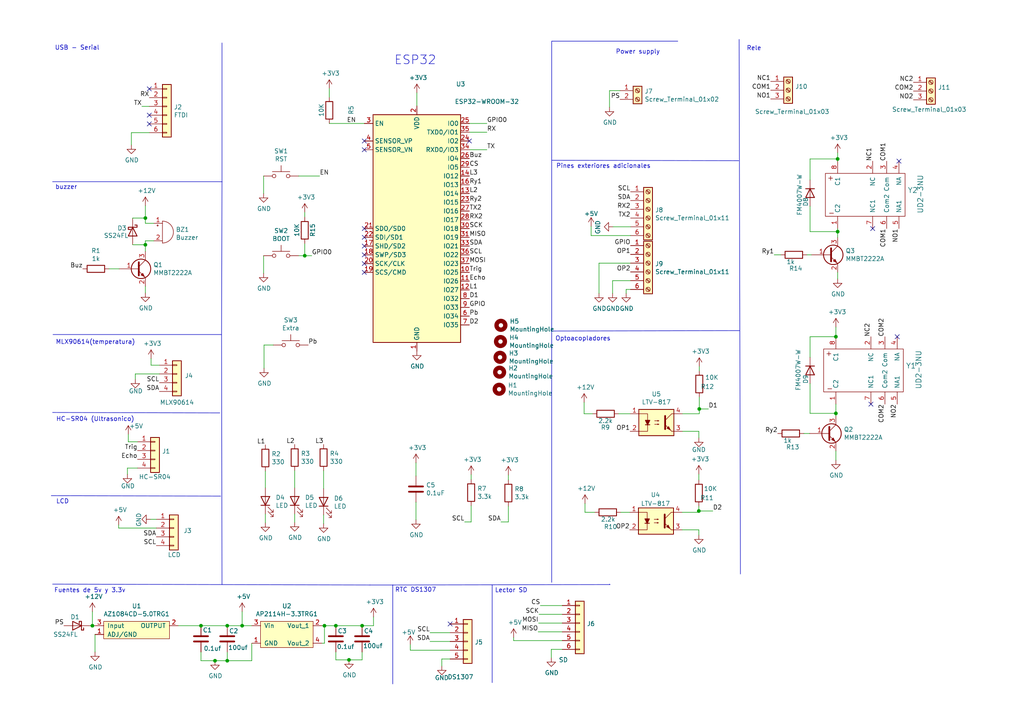
<source format=kicad_sch>
(kicad_sch (version 20230121) (generator eeschema)
  (paper "A4")
  (lib_symbols
    (symbol "CatWAN-Relay-rescue:LTV-817-agroin-rescue" (pin_names (offset 1.016))
      (property "Reference" "U" (at -5.08 5.08 0))
      (property "Value" "LTV-817-agroin-rescue" (at 0 5.08 0))
      (symbol "LTV-817-agroin-rescue_1_1"
        (pin passive line (at -7.62 2.54 0) (length 2.54) (name "~") (number "1"))
        (pin passive line (at -7.62 -2.54 0) (length 2.54) (name "~") (number "2"))
        (pin passive line (at 7.62 -2.54 180) (length 2.54) (name "~") (number "3"))
        (pin passive line (at 7.62 2.54 180) (length 2.54) (name "~") (number "4"))
      )
    )
    (symbol "Connector:Screw_Terminal_01x02" (pin_names (offset 1.016) hide)
      (property "Reference" "J" (at 0 2.54 0))
      (property "Value" "Screw_Terminal_01x02" (at 0 -5.08 0))
      (symbol "Screw_Terminal_01x02_1_1"
        (pin passive line (at -5.08 0 0) (length 3.81) (name "Pin_1") (number "1"))
        (pin passive line (at -5.08 -2.54 0) (length 3.81) (name "Pin_2") (number "2"))
      )
    )
    (symbol "Connector:Screw_Terminal_01x03" (pin_names (offset 1.016) hide)
      (property "Reference" "J" (at 0 5.08 0))
      (property "Value" "Screw_Terminal_01x03" (at 0 -5.08 0))
      (symbol "Screw_Terminal_01x03_1_1"
        (pin passive line (at -5.08 2.54 0) (length 3.81) (name "Pin_1") (number "1"))
        (pin passive line (at -5.08 0 0) (length 3.81) (name "Pin_2") (number "2"))
        (pin passive line (at -5.08 -2.54 0) (length 3.81) (name "Pin_3") (number "3"))
      )
    )
    (symbol "Connector:Screw_Terminal_01x06" (pin_names (offset 1.016) hide)
      (property "Reference" "J" (at 0 7.62 0))
      (property "Value" "Screw_Terminal_01x06" (at 0 -10.16 0))
      (symbol "Screw_Terminal_01x06_1_1"
        (pin passive line (at -5.08 5.08 0) (length 3.81) (name "Pin_1") (number "1"))
        (pin passive line (at -5.08 2.54 0) (length 3.81) (name "Pin_2") (number "2"))
        (pin passive line (at -5.08 0 0) (length 3.81) (name "Pin_3") (number "3"))
        (pin passive line (at -5.08 -2.54 0) (length 3.81) (name "Pin_4") (number "4"))
        (pin passive line (at -5.08 -5.08 0) (length 3.81) (name "Pin_5") (number "5"))
        (pin passive line (at -5.08 -7.62 0) (length 3.81) (name "Pin_6") (number "6"))
      )
    )
    (symbol "Connector_Generic:Conn_01x04" (pin_names (offset 1.016) hide)
      (property "Reference" "J" (at 0 5.08 0))
      (property "Value" "Conn_01x04" (at 0 -7.62 0))
      (symbol "Conn_01x04_1_1"
        (pin passive line (at -5.08 2.54 0) (length 3.81) (name "Pin_1") (number "1"))
        (pin passive line (at -5.08 0 0) (length 3.81) (name "Pin_2") (number "2"))
        (pin passive line (at -5.08 -2.54 0) (length 3.81) (name "Pin_3") (number "3"))
        (pin passive line (at -5.08 -5.08 0) (length 3.81) (name "Pin_4") (number "4"))
      )
    )
    (symbol "Connector_Generic:Conn_01x05" (pin_names (offset 1.016) hide)
      (property "Reference" "J" (at 0 7.62 0))
      (property "Value" "Conn_01x05" (at 0 -7.62 0))
      (symbol "Conn_01x05_1_1"
        (pin passive line (at -5.08 5.08 0) (length 3.81) (name "Pin_1") (number "1"))
        (pin passive line (at -5.08 2.54 0) (length 3.81) (name "Pin_2") (number "2"))
        (pin passive line (at -5.08 0 0) (length 3.81) (name "Pin_3") (number "3"))
        (pin passive line (at -5.08 -2.54 0) (length 3.81) (name "Pin_4") (number "4"))
        (pin passive line (at -5.08 -5.08 0) (length 3.81) (name "Pin_5") (number "5"))
      )
    )
    (symbol "Connector_Generic:Conn_01x06" (pin_names (offset 1.016) hide)
      (property "Reference" "J" (at 0 7.62 0))
      (property "Value" "Conn_01x06" (at 0 -10.16 0))
      (symbol "Conn_01x06_1_1"
        (pin passive line (at -5.08 5.08 0) (length 3.81) (name "Pin_1") (number "1"))
        (pin passive line (at -5.08 2.54 0) (length 3.81) (name "Pin_2") (number "2"))
        (pin passive line (at -5.08 0 0) (length 3.81) (name "Pin_3") (number "3"))
        (pin passive line (at -5.08 -2.54 0) (length 3.81) (name "Pin_4") (number "4"))
        (pin passive line (at -5.08 -5.08 0) (length 3.81) (name "Pin_5") (number "5"))
        (pin passive line (at -5.08 -7.62 0) (length 3.81) (name "Pin_6") (number "6"))
      )
    )
    (symbol "Device:Buzzer" (pin_names (offset 0.0254) hide)
      (property "Reference" "BZ" (at 3.81 1.27 0))
      (property "Value" "Buzzer" (at 3.81 -1.27 0))
      (symbol "Buzzer_1_1"
        (pin passive line (at -2.54 2.54 0) (length 2.54) (name "-") (number "1"))
        (pin passive line (at -2.54 -2.54 0) (length 2.54) (name "+") (number "2"))
      )
    )
    (symbol "Device:C" (pin_numbers hide) (pin_names (offset 0.254))
      (property "Reference" "C" (at 0.635 2.54 0))
      (property "Value" "C" (at 0.635 -2.54 0))
      (symbol "C_1_1"
        (pin passive line (at 0 3.81 270) (length 2.794) (name "~") (number "1"))
        (pin passive line (at 0 -3.81 90) (length 2.794) (name "~") (number "2"))
      )
    )
    (symbol "Device:D" (pin_numbers hide) (pin_names (offset 1.016) hide)
      (property "Reference" "D" (at 0 2.54 0))
      (property "Value" "D" (at 0 -2.54 0))
      (symbol "D_1_1"
        (pin passive line (at -3.81 0 0) (length 2.54) (name "K") (number "1"))
        (pin passive line (at 3.81 0 180) (length 2.54) (name "A") (number "2"))
      )
    )
    (symbol "Device:D_Schottky" (pin_numbers hide) (pin_names (offset 1.016) hide)
      (property "Reference" "D" (at 0 2.54 0))
      (property "Value" "D_Schottky" (at 0 -2.54 0))
      (symbol "D_Schottky_1_1"
        (pin passive line (at -3.81 0 0) (length 2.54) (name "K") (number "1"))
        (pin passive line (at 3.81 0 180) (length 2.54) (name "A") (number "2"))
      )
    )
    (symbol "Device:LED" (pin_numbers hide) (pin_names (offset 1.016) hide)
      (property "Reference" "D" (at 0 2.54 0))
      (property "Value" "LED" (at 0 -2.54 0))
      (symbol "LED_1_1"
        (pin passive line (at -3.81 0 0) (length 2.54) (name "K") (number "1"))
        (pin passive line (at 3.81 0 180) (length 2.54) (name "A") (number "2"))
      )
    )
    (symbol "Device:R" (pin_numbers hide) (pin_names (offset 0))
      (property "Reference" "R" (at 2.032 0 90))
      (property "Value" "R" (at 0 0 90))
      (symbol "R_1_1"
        (pin passive line (at 0 3.81 270) (length 1.27) (name "~") (number "1"))
        (pin passive line (at 0 -3.81 90) (length 1.27) (name "~") (number "2"))
      )
    )
    (symbol "MaquinaCovid-rescue:+3.3V-power" (power) (pin_names (offset 0))
      (property "Value" "+3.3V-power" (at 0 3.556 0))
      (symbol "+3.3V-power_1_1"
        (pin power_in line (at 0 0 90) (length 0) hide (name "+3V3") (number "1"))
      )
    )
    (symbol "MaquinaCovid-rescue:AP2114H-3.3TRG1-electroniccats-Agronomo-rescue" (pin_names (offset 1.016))
      (property "Reference" "U" (at 0 3.81 0))
      (property "Value" "AP2114H-3.3TRG1-electroniccats-Agronomo-rescue" (at 0 -6.35 0))
      (symbol "AP2114H-3.3TRG1-electroniccats-Agronomo-rescue_1_1"
        (pin bidirectional line (at -10.16 -3.81 0) (length 2.54) (name "GND") (number "1"))
        (pin bidirectional line (at 10.16 1.27 180) (length 2.54) (name "Vout_1") (number "2"))
        (pin bidirectional line (at -10.16 1.27 0) (length 2.54) (name "Vin") (number "3"))
        (pin bidirectional line (at 10.16 -3.81 180) (length 2.54) (name "Vout_2") (number "4"))
      )
    )
    (symbol "MaquinaCovid-rescue:AZ1084CD-5.0TRG1-electroniccats-Agronomo-rescue" (pin_names (offset 1.016))
      (property "Reference" "U" (at 0 3.81 0))
      (property "Value" "AZ1084CD-5.0TRG1-electroniccats-Agronomo-rescue" (at 0 -3.81 0))
      (symbol "AZ1084CD-5.0TRG1-electroniccats-Agronomo-rescue_1_1"
        (pin input line (at -12.7 -1.27 0) (length 2.54) (name "ADJ/GND") (number "1"))
        (pin output line (at 11.43 1.27 180) (length 2.54) (name "OUTPUT") (number "2"))
        (pin input line (at -12.7 1.27 0) (length 2.54) (name "Input") (number "3"))
      )
    )
    (symbol "Mechanical:MountingHole" (pin_names (offset 1.016))
      (property "Reference" "H" (at 0 5.08 0))
      (property "Value" "MountingHole" (at 0 3.175 0))
    )
    (symbol "RF_Module:ESP32-WROOM-32"
      (property "Reference" "U" (at -12.7 34.29 0))
      (property "Value" "ESP32-WROOM-32" (at 1.27 34.29 0))
      (symbol "ESP32-WROOM-32_1_1"
        (pin power_in line (at 0 -35.56 90) (length 2.54) (name "GND") (number "1"))
        (pin bidirectional line (at 15.24 -12.7 180) (length 2.54) (name "IO25") (number "10"))
        (pin bidirectional line (at 15.24 -15.24 180) (length 2.54) (name "IO26") (number "11"))
        (pin bidirectional line (at 15.24 -17.78 180) (length 2.54) (name "IO27") (number "12"))
        (pin bidirectional line (at 15.24 10.16 180) (length 2.54) (name "IO14") (number "13"))
        (pin bidirectional line (at 15.24 15.24 180) (length 2.54) (name "IO12") (number "14"))
        (pin passive line (at 0 -35.56 90) (length 2.54) hide (name "GND") (number "15"))
        (pin bidirectional line (at 15.24 12.7 180) (length 2.54) (name "IO13") (number "16"))
        (pin bidirectional line (at -15.24 -5.08 0) (length 2.54) (name "SHD/SD2") (number "17"))
        (pin bidirectional line (at -15.24 -7.62 0) (length 2.54) (name "SWP/SD3") (number "18"))
        (pin bidirectional line (at -15.24 -12.7 0) (length 2.54) (name "SCS/CMD") (number "19"))
        (pin power_in line (at 0 35.56 270) (length 2.54) (name "VDD") (number "2"))
        (pin bidirectional line (at -15.24 -10.16 0) (length 2.54) (name "SCK/CLK") (number "20"))
        (pin bidirectional line (at -15.24 0 0) (length 2.54) (name "SDO/SD0") (number "21"))
        (pin bidirectional line (at -15.24 -2.54 0) (length 2.54) (name "SDI/SD1") (number "22"))
        (pin bidirectional line (at 15.24 7.62 180) (length 2.54) (name "IO15") (number "23"))
        (pin bidirectional line (at 15.24 25.4 180) (length 2.54) (name "IO2") (number "24"))
        (pin bidirectional line (at 15.24 30.48 180) (length 2.54) (name "IO0") (number "25"))
        (pin bidirectional line (at 15.24 20.32 180) (length 2.54) (name "IO4") (number "26"))
        (pin bidirectional line (at 15.24 5.08 180) (length 2.54) (name "IO16") (number "27"))
        (pin bidirectional line (at 15.24 2.54 180) (length 2.54) (name "IO17") (number "28"))
        (pin bidirectional line (at 15.24 17.78 180) (length 2.54) (name "IO5") (number "29"))
        (pin input line (at -15.24 30.48 0) (length 2.54) (name "EN") (number "3"))
        (pin bidirectional line (at 15.24 0 180) (length 2.54) (name "IO18") (number "30"))
        (pin bidirectional line (at 15.24 -2.54 180) (length 2.54) (name "IO19") (number "31"))
        (pin no_connect line (at -12.7 -27.94 0) (length 2.54) hide (name "NC") (number "32"))
        (pin bidirectional line (at 15.24 -5.08 180) (length 2.54) (name "IO21") (number "33"))
        (pin bidirectional line (at 15.24 22.86 180) (length 2.54) (name "RXD0/IO3") (number "34"))
        (pin bidirectional line (at 15.24 27.94 180) (length 2.54) (name "TXD0/IO1") (number "35"))
        (pin bidirectional line (at 15.24 -7.62 180) (length 2.54) (name "IO22") (number "36"))
        (pin bidirectional line (at 15.24 -10.16 180) (length 2.54) (name "IO23") (number "37"))
        (pin passive line (at 0 -35.56 90) (length 2.54) hide (name "GND") (number "38"))
        (pin passive line (at 0 -35.56 90) (length 2.54) hide (name "GND") (number "39"))
        (pin input line (at -15.24 25.4 0) (length 2.54) (name "SENSOR_VP") (number "4"))
        (pin input line (at -15.24 22.86 0) (length 2.54) (name "SENSOR_VN") (number "5"))
        (pin input line (at 15.24 -25.4 180) (length 2.54) (name "IO34") (number "6"))
        (pin input line (at 15.24 -27.94 180) (length 2.54) (name "IO35") (number "7"))
        (pin bidirectional line (at 15.24 -20.32 180) (length 2.54) (name "IO32") (number "8"))
        (pin bidirectional line (at 15.24 -22.86 180) (length 2.54) (name "IO33") (number "9"))
      )
    )
    (symbol "Switch:SW_Push" (pin_numbers hide) (pin_names (offset 1.016) hide)
      (property "Reference" "SW" (at 1.27 2.54 0))
      (property "Value" "SW_Push" (at 0 -1.524 0))
      (symbol "SW_Push_0_1"
        (pin passive line (at -5.08 0 0) (length 2.54) (name "1") (number "1"))
        (pin passive line (at 5.08 0 180) (length 2.54) (name "2") (number "2"))
      )
    )
    (symbol "Transistor_BJT:2N3055" (pin_names (offset 0) hide)
      (property "Reference" "Q" (at 5.08 1.905 0))
      (property "Value" "2N3055" (at 5.08 0 0))
      (symbol "2N3055_1_1"
        (pin input line (at -5.08 0 0) (length 5.715) (name "B") (number "1"))
        (pin passive line (at 2.54 -5.08 90) (length 2.54) (name "E") (number "2"))
        (pin passive line (at 2.54 5.08 270) (length 2.54) (name "C") (number "3"))
      )
    )
    (symbol "agroin:MMBT2222A" (pin_names (offset 0) hide)
      (property "Reference" "Q" (at 5.08 1.905 0))
      (property "Value" "MMBT2222A" (at 5.08 0 0))
      (symbol "MMBT2222A_1_1"
        (pin input line (at -5.08 0 0) (length 5.715) (name "B") (number "1"))
        (pin passive line (at 2.54 -5.08 90) (length 2.54) (name "E") (number "2"))
        (pin passive line (at 2.54 5.08 270) (length 2.54) (name "C") (number "3"))
      )
    )
    (symbol "agroin:UD2-3NU" (pin_names (offset 1.016))
      (property "Reference" "Y" (at -1.27 0.762 0))
      (property "Value" "UD2-3NU" (at -1.016 -6.858 90))
      (symbol "UD2-3NU_0_0"
        (text "+" (at 1.524 -1.27 0) (effects (font (size 1.524 1.524))))
        (text "-" (at 1.778 -11.43 0) (effects (font (size 1.524 1.524))))
      )
      (symbol "UD2-3NU_1_1"
        (pin input line (at 3.556 -16.002 90) (length 3.5052) (name "C2") (number "1"))
        (pin input line (at 13.716 3.556 270) (length 3.5052) (name "NC") (number "2"))
        (pin input line (at 17.78 3.556 270) (length 3.5052) (name "Com") (number "3"))
        (pin input line (at 21.336 3.556 270) (length 3.5052) (name "NA") (number "4"))
        (pin input line (at 21.336 -16.002 90) (length 3.5052) (name "NA1") (number "5"))
        (pin input line (at 17.78 -16.002 90) (length 3.5052) (name "Com2") (number "6"))
        (pin input line (at 13.716 -16.002 90) (length 3.5052) (name "NC1") (number "7"))
        (pin input line (at 3.556 3.556 270) (length 3.5052) (name "C1") (number "8"))
      )
    )
    (symbol "power:+12V" (power) (pin_names (offset 0))
      (property "Value" "+12V" (at 0 3.556 0))
      (symbol "+12V_1_1"
        (pin power_in line (at 0 0 90) (length 0) hide (name "+12V") (number "1"))
      )
    )
    (symbol "power:+5V" (power) (pin_names (offset 0))
      (property "Value" "+5V" (at 0 3.556 0))
      (symbol "+5V_1_1"
        (pin power_in line (at 0 0 90) (length 0) hide (name "+5V") (number "1"))
      )
    )
    (symbol "power:GND" (power) (pin_names (offset 0))
      (property "Value" "GND" (at 0 -3.81 0))
      (symbol "GND_1_1"
        (pin power_in line (at 0 0 270) (length 0) hide (name "GND") (number "1"))
      )
    )
  )
  (junction (at 202.692 148.209))
  (junction (at 58.293 181.483))
  (junction (at 70.231 181.483))
  (junction (at 62.357 191.643))
  (junction (at 202.819 118.618))
  (junction (at 242.443 119.888))
  (junction (at 105.029 181.483))
  (junction (at 88.392 74.168))
  (junction (at 101.219 191.389))
  (junction (at 26.797 181.483))
  (junction (at 42.164 63.246))
  (junction (at 65.913 191.643))
  (junction (at 242.951 67.183))
  (junction (at 242.443 97.663))
  (junction (at 97.409 181.483))
  (junction (at 65.913 181.483))
  (junction (at 94.107 181.483))
  (junction (at 242.951 46.101))
  (junction (at 42.164 70.993))
  (no_connect (at 260.731 46.736))
  (no_connect (at 105.664 71.374))
  (no_connect (at 105.664 78.994))
  (no_connect (at 136.144 40.894))
  (no_connect (at 105.664 76.454))
  (no_connect (at 105.664 66.294))
  (no_connect (at 105.664 73.914))
  (no_connect (at 105.664 40.894))
  (no_connect (at 43.307 35.941))
  (no_connect (at 253.111 66.294))
  (no_connect (at 43.307 33.401))
  (no_connect (at 105.664 68.834))
  (no_connect (at 252.603 117.221))
  (no_connect (at 43.307 25.781))
  (no_connect (at 105.664 43.434))
  (no_connect (at 130.556 180.975))
  (no_connect (at 260.223 97.663))
  (wire (pts (xy 234.95 52.197) (xy 234.95 46.101)))
  (wire (pts (xy 95.504 35.814) (xy 105.664 35.814)))
  (wire (pts (xy 181.61 83.947) (xy 182.88 83.947)))
  (wire (pts (xy 73.025 191.643) (xy 65.913 191.643)))
  (wire (pts (xy 177.673 85.09) (xy 177.673 81.407)))
  (wire (pts (xy 36.957 135.763) (xy 39.878 135.763)))
  (wire (pts (xy 94.107 186.563) (xy 94.107 181.483)))
  (wire (pts (xy 234.95 46.101) (xy 242.951 46.101)))
  (wire (pts (xy 93.345 186.563) (xy 94.107 186.563)))
  (wire (pts (xy 177.673 81.407) (xy 182.88 81.407)))
  (wire (pts (xy 234.95 111.252) (xy 234.95 119.888)))
  (wire (pts (xy 197.993 125.095) (xy 202.692 125.095)))
  (wire (pts (xy 197.866 148.59) (xy 202.692 148.59)))
  (wire (pts (xy 70.231 177.419) (xy 70.231 181.483)))
  (wire (pts (xy 169.418 116.713) (xy 169.418 120.015)))
  (polyline (pts (xy 14.859 143.764) (xy 64.008 143.891)))
  (wire (pts (xy 88.392 70.612) (xy 88.392 74.168)))
  (wire (pts (xy 169.418 120.015) (xy 171.831 120.015)))
  (polyline (pts (xy 64.389 52.705) (xy 64.389 12.446)))
  (wire (pts (xy 58.293 181.483) (xy 65.913 181.483)))
  (wire (pts (xy 42.164 84.963) (xy 42.164 83.058)))
  (wire (pts (xy 44.577 64.77) (xy 42.164 64.77)))
  (wire (pts (xy 234.95 67.183) (xy 242.951 67.183)))
  (wire (pts (xy 202.819 120.015) (xy 202.819 118.618)))
  (wire (pts (xy 95.504 28.194) (xy 95.504 25.654)))
  (wire (pts (xy 120.65 138.049) (xy 120.65 134.239)))
  (wire (pts (xy 233.172 125.73) (xy 234.823 125.73)))
  (wire (pts (xy 128.143 191.135) (xy 130.556 191.135)))
  (wire (pts (xy 156.337 178.181) (xy 163.068 178.181)))
  (wire (pts (xy 242.951 46.101) (xy 242.951 46.736)))
  (wire (pts (xy 36.957 137.541) (xy 36.957 135.763)))
  (wire (pts (xy 38.1 38.481) (xy 38.1 42.037)))
  (wire (pts (xy 242.951 68.834) (xy 242.951 67.183)))
  (wire (pts (xy 202.692 137.541) (xy 202.692 139.192)))
  (wire (pts (xy 147.447 139.192) (xy 147.447 137.795)))
  (wire (pts (xy 130.556 188.595) (xy 118.999 188.595)))
  (wire (pts (xy 163.068 188.341) (xy 159.893 188.341)))
  (wire (pts (xy 93.853 141.732) (xy 93.853 136.525)))
  (polyline (pts (xy 64.262 97.028) (xy 64.389 169.545)))
  (wire (pts (xy 118.999 188.595) (xy 118.999 186.944)))
  (wire (pts (xy 242.443 94.869) (xy 242.443 97.663)))
  (polyline (pts (xy 113.919 169.672) (xy 113.919 198.374)))
  (wire (pts (xy 76.454 79.248) (xy 76.454 74.168)))
  (wire (pts (xy 147.447 146.812) (xy 147.447 151.384)))
  (wire (pts (xy 134.747 151.384) (xy 136.652 151.384)))
  (wire (pts (xy 179.451 120.015) (xy 182.753 120.015)))
  (wire (pts (xy 226.441 73.914) (xy 224.536 73.914)))
  (wire (pts (xy 120.904 30.734) (xy 120.904 26.924)))
  (wire (pts (xy 26.162 181.483) (xy 26.797 181.483)))
  (wire (pts (xy 88.392 74.168) (xy 90.424 74.168)))
  (wire (pts (xy 88.392 62.992) (xy 88.392 61.595)))
  (wire (pts (xy 148.971 184.912) (xy 148.971 185.801)))
  (wire (pts (xy 176.784 26.289) (xy 179.832 26.289)))
  (wire (pts (xy 34.417 153.162) (xy 34.417 152.273)))
  (wire (pts (xy 73.025 186.563) (xy 73.025 191.643)))
  (wire (pts (xy 86.614 51.054) (xy 92.71 51.054)))
  (wire (pts (xy 26.797 177.419) (xy 26.797 181.483)))
  (wire (pts (xy 156.21 180.721) (xy 163.068 180.721)))
  (polyline (pts (xy 64.262 96.901) (xy 64.389 52.705)))
  (wire (pts (xy 242.951 44.323) (xy 242.951 46.101)))
  (polyline (pts (xy 107.315 169.672) (xy 113.919 169.672)))
  (wire (pts (xy 46.228 105.918) (xy 43.815 105.918)))
  (wire (pts (xy 202.819 106.299) (xy 202.819 107.569)))
  (wire (pts (xy 182.88 76.327) (xy 173.736 76.327)))
  (wire (pts (xy 234.95 119.888) (xy 242.443 119.888)))
  (wire (pts (xy 26.797 181.483) (xy 27.559 181.483)))
  (wire (pts (xy 124.714 186.055) (xy 130.556 186.055)))
  (wire (pts (xy 62.357 191.643) (xy 65.913 191.643)))
  (polyline (pts (xy 142.748 169.672) (xy 142.748 197.993)))
  (wire (pts (xy 46.228 108.458) (xy 39.243 108.458)))
  (wire (pts (xy 242.951 67.183) (xy 242.951 66.294)))
  (wire (pts (xy 206.756 148.209) (xy 202.692 148.209)))
  (wire (pts (xy 42.164 64.77) (xy 42.164 63.246)))
  (polyline (pts (xy 160.02 46.482) (xy 214.249 46.609)))
  (wire (pts (xy 197.993 120.015) (xy 202.819 120.015)))
  (wire (pts (xy 163.068 183.261) (xy 156.083 183.261)))
  (wire (pts (xy 242.443 120.65) (xy 242.443 119.888)))
  (wire (pts (xy 182.88 68.326) (xy 171.45 68.326)))
  (wire (pts (xy 97.409 191.389) (xy 101.219 191.389)))
  (polyline (pts (xy 15.24 119.634) (xy 63.754 119.761)))
  (wire (pts (xy 181.61 85.09) (xy 181.61 83.947)))
  (wire (pts (xy 136.144 35.814) (xy 141.224 35.814)))
  (wire (pts (xy 37.211 125.984) (xy 37.211 128.143)))
  (wire (pts (xy 38.481 63.246) (xy 38.481 63.373)))
  (wire (pts (xy 85.471 151.511) (xy 85.471 149.098)))
  (wire (pts (xy 177.8 65.786) (xy 182.88 65.786)))
  (wire (pts (xy 76.454 51.054) (xy 76.454 56.134)))
  (wire (pts (xy 76.962 151.638) (xy 76.962 149.098)))
  (wire (pts (xy 51.689 181.483) (xy 58.293 181.483)))
  (wire (pts (xy 42.164 63.246) (xy 42.164 59.69)))
  (wire (pts (xy 136.144 38.354) (xy 141.224 38.354)))
  (wire (pts (xy 38.481 63.246) (xy 42.164 63.246)))
  (wire (pts (xy 42.164 70.993) (xy 42.164 69.85)))
  (wire (pts (xy 85.471 136.525) (xy 85.471 141.478)))
  (polyline (pts (xy 107.315 169.672) (xy 15.24 169.418)))
  (wire (pts (xy 38.481 70.993) (xy 42.164 70.993)))
  (wire (pts (xy 124.714 183.515) (xy 130.556 183.515)))
  (wire (pts (xy 43.307 38.481) (xy 38.1 38.481)))
  (polyline (pts (xy 64.389 52.705) (xy 15.24 52.705)))
  (wire (pts (xy 136.652 151.384) (xy 136.652 146.685)))
  (wire (pts (xy 234.95 59.817) (xy 234.95 67.183)))
  (wire (pts (xy 205.486 118.618) (xy 202.819 118.618)))
  (wire (pts (xy 159.893 188.341) (xy 159.893 190.754)))
  (wire (pts (xy 202.692 146.812) (xy 202.692 148.209)))
  (wire (pts (xy 234.061 73.914) (xy 235.331 73.914)))
  (wire (pts (xy 242.443 119.888) (xy 242.443 117.221)))
  (wire (pts (xy 136.652 137.668) (xy 136.652 139.065)))
  (wire (pts (xy 197.866 153.67) (xy 202.692 153.67)))
  (wire (pts (xy 86.614 74.168) (xy 88.392 74.168)))
  (wire (pts (xy 43.307 30.861) (xy 41.148 30.861)))
  (wire (pts (xy 76.581 106.807) (xy 76.581 100.076)))
  (polyline (pts (xy 15.367 97.028) (xy 64.262 97.028)))
  (wire (pts (xy 173.736 76.327) (xy 173.736 85.09)))
  (wire (pts (xy 234.95 97.663) (xy 242.443 97.663)))
  (wire (pts (xy 169.672 146.05) (xy 169.672 148.59)))
  (wire (pts (xy 42.164 72.898) (xy 42.164 70.993)))
  (wire (pts (xy 93.345 181.483) (xy 94.107 181.483)))
  (wire (pts (xy 202.692 148.209) (xy 202.692 148.59)))
  (wire (pts (xy 169.672 148.59) (xy 172.466 148.59)))
  (wire (pts (xy 234.95 103.632) (xy 234.95 97.663)))
  (wire (pts (xy 58.293 189.103) (xy 58.293 191.643)))
  (polyline (pts (xy 196.596 11.938) (xy 160.02 11.938)))
  (wire (pts (xy 58.293 191.643) (xy 62.357 191.643)))
  (wire (pts (xy 156.718 175.641) (xy 163.068 175.641)))
  (wire (pts (xy 76.962 141.478) (xy 76.962 136.652)))
  (wire (pts (xy 105.029 181.483) (xy 108.331 181.483)))
  (wire (pts (xy 93.853 151.892) (xy 93.853 149.352)))
  (wire (pts (xy 97.409 181.483) (xy 105.029 181.483)))
  (wire (pts (xy 242.951 80.899) (xy 242.951 78.994)))
  (wire (pts (xy 65.913 191.643) (xy 65.913 189.103)))
  (polyline (pts (xy 176.911 169.545) (xy 176.784 169.418)))
  (wire (pts (xy 97.409 189.103) (xy 97.409 191.389)))
  (polyline (pts (xy 214.376 11.43) (xy 214.757 166.497)))
  (wire (pts (xy 45.339 153.162) (xy 34.417 153.162)))
  (wire (pts (xy 94.107 181.483) (xy 97.409 181.483)))
  (wire (pts (xy 136.144 43.434) (xy 141.224 43.434)))
  (wire (pts (xy 242.443 133.477) (xy 242.443 130.81)))
  (wire (pts (xy 37.211 128.143) (xy 39.878 128.143)))
  (wire (pts (xy 31.623 77.978) (xy 34.544 77.978)))
  (wire (pts (xy 101.219 191.389) (xy 105.029 191.389)))
  (wire (pts (xy 39.243 108.458) (xy 39.243 109.982)))
  (wire (pts (xy 108.331 181.483) (xy 108.331 178.943)))
  (wire (pts (xy 70.231 181.483) (xy 73.025 181.483)))
  (wire (pts (xy 202.692 153.67) (xy 202.692 155.194)))
  (wire (pts (xy 176.784 26.289) (xy 176.784 31.115)))
  (wire (pts (xy 202.692 125.095) (xy 202.692 127)))
  (wire (pts (xy 180.086 148.59) (xy 182.626 148.59)))
  (polyline (pts (xy 113.919 169.672) (xy 176.911 169.545)))
  (wire (pts (xy 42.164 69.85) (xy 44.577 69.85)))
  (wire (pts (xy 120.65 145.669) (xy 120.65 150.749)))
  (wire (pts (xy 148.971 185.801) (xy 163.068 185.801)))
  (polyline (pts (xy 160.02 11.938) (xy 160.02 168.91)))
  (polyline (pts (xy 160.02 96.012) (xy 214.503 95.885)))
  (wire (pts (xy 27.559 184.023) (xy 27.559 189.103)))
  (wire (pts (xy 76.581 100.076) (xy 79.248 100.076)))
  (wire (pts (xy 105.029 191.389) (xy 105.029 189.103)))
  (wire (pts (xy 45.339 150.622) (xy 43.688 150.622)))
  (wire (pts (xy 65.913 181.483) (xy 70.231 181.483)))
  (wire (pts (xy 147.447 151.384) (xy 145.288 151.384)))
  (wire (pts (xy 128.143 193.167) (xy 128.143 191.135)))
  (wire (pts (xy 202.819 118.618) (xy 202.819 115.189)))
  (wire (pts (xy 171.45 65.659) (xy 171.45 68.326)))
  (wire (pts (xy 43.815 104.013) (xy 43.815 105.918)))
  (text "LCD\n" (at 16.256 146.304 0) (effects (font (size 1.27 1.27)) (justify left bottom)))
  (text "HC-SR04 (Ultrasonico)\n" (at 16.256 122.428 0) (effects (font (size 1.27 1.27)) (justify left bottom)))
  (text "buzzer\n" (at 16.002 55.118 0) (effects (font (size 1.27 1.27)) (justify left bottom)))
  (text "ESP32" (at 114.3 19.05 0) (effects (font (size 2.54 2.54)) (justify left bottom)))
  (text "USB - Serial\n" (at 15.875 14.732 0) (effects (font (size 1.27 1.27)) (justify left bottom)))
  (text "Optoacopladores\n" (at 161.036 99.06 0) (effects (font (size 1.27 1.27)) (justify left bottom)))
  (text "Rele\n" (at 216.535 14.859 0) (effects (font (size 1.27 1.27)) (justify left bottom)))
  (text "RTC DS1307" (at 114.554 171.958 0) (effects (font (size 1.27 1.27)) (justify left bottom)))
  (text "Pines exteriores adicionales\n" (at 161.29 49.022 0) (effects (font (size 1.27 1.27)) (justify left bottom)))
  (text "Fuentes de 5v y 3.3v\n" (at 36.449 172.085 0) (effects (font (size 1.27 1.27)) (justify right bottom)))
  (text "MLX90614(temperatura)\n" (at 16.129 100.076 0) (effects (font (size 1.27 1.27)) (justify left bottom)))
  (text "Power supply\n" (at 178.562 15.875 0) (effects (font (size 1.27 1.27)) (justify left bottom)))
  (text "Lector SD " (at 143.51 172.085 0) (effects (font (size 1.27 1.27)) (justify left bottom)))
  (label "NO1" (at 260.731 66.294 270))
  (label "NO2" (at 260.223 117.221 270))
  (label "MOSI" (at 156.21 180.721 180))
  (label "MISO" (at 136.144 68.834 0))
  (label "NC2" (at 252.603 97.663 90))
  (label "PS" (at 179.832 28.829 180))
  (label "SCK" (at 136.144 66.294 0))
  (label "TX2" (at 136.144 61.214 0))
  (label "SCL" (at 45.339 158.242 180))
  (label "GPIO" (at 136.144 89.154 0))
  (label "CS" (at 156.718 175.641 180))
  (label "GPIO" (at 182.88 71.247 180))
  (label "Echo" (at 39.878 133.223 180))
  (label "COM1" (at 257.175 66.294 270))
  (label "CS" (at 136.144 48.514 0))
  (label "SCL" (at 182.88 55.626 180))
  (label "SCL" (at 46.228 110.998 180))
  (label "Buz" (at 24.003 77.978 180))
  (label "Pb" (at 136.144 91.694 0))
  (label "OP2" (at 182.626 153.67 180))
  (label "TX" (at 141.224 43.434 0))
  (label "MOSI" (at 136.144 76.454 0))
  (label "COM2" (at 256.667 97.663 90))
  (label "GPIO0" (at 90.424 74.168 0))
  (label "NO2" (at 264.922 28.956 180))
  (label "OP1" (at 182.753 125.095 180))
  (label "GPIO0" (at 141.224 35.814 0))
  (label "OP2" (at 182.88 78.867 180))
  (label "Echo" (at 136.144 81.534 0))
  (label "EN" (at 92.71 51.054 0))
  (label "SCL" (at 134.747 151.384 180))
  (label "D1" (at 205.486 118.618 0))
  (label "L3" (at 93.853 128.905 180))
  (label "Trig" (at 136.144 78.994 0))
  (label "RX2" (at 182.88 60.706 180))
  (label "Ry2" (at 225.552 125.73 180))
  (label "L1" (at 76.962 129.032 180))
  (label "TX2" (at 182.88 63.246 180))
  (label "SCL" (at 136.144 73.914 0))
  (label "PS" (at 18.542 181.483 180))
  (label "TX" (at 41.148 30.861 180))
  (label "NO1" (at 223.52 28.702 180))
  (label "Ry2" (at 136.144 58.674 0))
  (label "L2" (at 85.471 128.905 180))
  (label "RX" (at 141.224 38.354 0))
  (label "EN" (at 100.584 35.814 0))
  (label "Trig" (at 39.878 130.683 180))
  (label "NC2" (at 264.922 23.876 180))
  (label "L2" (at 136.144 56.134 0))
  (label "D1" (at 136.144 86.614 0))
  (label "SDA" (at 124.714 186.055 180))
  (label "RX2" (at 136.144 63.754 0))
  (label "COM1" (at 223.52 26.162 180))
  (label "L1" (at 136.144 84.074 0))
  (label "SDA" (at 182.88 58.166 180))
  (label "SDA" (at 46.228 113.538 180))
  (label "SDA" (at 136.144 71.374 0))
  (label "COM2" (at 264.922 26.416 180))
  (label "Ry1" (at 224.536 73.914 180))
  (label "COM2" (at 256.667 117.221 270))
  (label "OP1" (at 182.88 73.787 180))
  (label "COM1" (at 257.175 46.736 90))
  (label "Ry1" (at 136.144 53.594 0))
  (label "RX" (at 43.307 28.321 180))
  (label "SDA" (at 145.288 151.384 180))
  (label "L3" (at 136.144 51.054 0))
  (label "Buz" (at 136.144 45.974 0))
  (label "SDA" (at 45.339 155.702 180))
  (label "D2" (at 136.144 94.234 0))
  (label "SCL" (at 124.714 183.515 180))
  (label "MISO" (at 156.083 183.261 180))
  (label "D2" (at 206.756 148.209 0))
  (label "NC1" (at 223.52 23.622 180))
  (label "Pb" (at 89.408 100.076 0))
  (label "NC1" (at 253.111 46.736 90))
  (label "SCK" (at 156.337 178.181 180))
  (symbol (lib_id "RF_Module:ESP32-WROOM-32") (at 120.904 66.294 0) (unit 1)
    (property "Reference" "U3" (at 133.604 24.384 0))
    (property "Value" "ESP32-WROOM-32" (at 141.224 29.464 0))
    (property "Footprint" "RF_Module:ESP32-WROOM-32" (effects hide))
    (property "Datasheet" "https://www.espressif.com/sites/default/files/documentation/esp32-wroom-32_datasheet_en.pdf" (effects hide))
    (property "manf#" "ESP32-WROOM-32" (effects hide))
    (property "lscs#" "-" (effects hide))
  )
  (symbol (lib_id "Device:C") (at 120.65 141.859 0) (unit 1)
    (property "Reference" "C5" (at 123.571 140.6906 0) (effects (justify left)))
    (property "Value" "0.1uF" (at 123.571 143.002 0) (effects (justify left)))
    (property "Footprint" "Capacitor_SMD:C_0805_2012Metric_Pad1.15x1.40mm_HandSolder" (effects hide))
    (property "lscs#" "C376923" (effects hide))
    (property "manf#" "TCC0805X7R104K250DTS" (effects hide))
  )
  (symbol (lib_id "power:GND") (at 120.65 150.749 0) (unit 1)
    (property "Reference" "#PWR027" (effects hide))
    (property "Value" "GND" (at 120.777 155.1432 0))
  )
  (symbol (lib_id "MaquinaCovid-rescue:+3.3V-power") (at 120.904 26.924 0) (unit 1)
    (property "Reference" "#PWR028" (effects hide))
    (property "Value" "+3.3V" (at 121.285 22.5298 0))
  )
  (symbol (lib_id "power:GND") (at 120.904 101.854 0) (unit 1)
    (property "Reference" "#PWR029" (effects hide))
    (property "Value" "GND" (at 121.031 106.2482 0))
  )
  (symbol (lib_id "Device:R") (at 95.504 32.004 180) (unit 1)
    (property "Reference" "R5" (at 101.854 33.274 90) (effects (justify right)))
    (property "Value" "10K" (at 93.218 33.909 90) (effects (justify right)))
    (property "Footprint" "Resistor_SMD:R_0805_2012Metric_Pad1.15x1.40mm_HandSolder" (effects hide))
    (property "manf#" "0805W8J0103T5E" (effects hide))
    (property "lscs#" "C25612" (effects hide))
  )
  (symbol (lib_id "MaquinaCovid-rescue:+3.3V-power") (at 95.504 25.654 0) (unit 1)
    (property "Reference" "#PWR021" (effects hide))
    (property "Value" "+3.3V" (at 95.885 21.2598 0))
  )
  (symbol (lib_id "MaquinaCovid-rescue:+3.3V-power") (at 120.65 134.239 0) (unit 1)
    (property "Reference" "#PWR026" (effects hide))
    (property "Value" "+3.3V" (at 121.031 129.8448 0))
  )
  (symbol (lib_id "Switch:SW_Push") (at 81.534 51.054 0) (unit 1)
    (property "Reference" "SW1" (at 81.534 43.815 0))
    (property "Value" "RST" (at 81.534 46.1264 0))
    (property "Footprint" "Button_Switch_SMD:SW_SPST_TL3342" (effects hide))
    (property "lscs#" "C318893" (effects hide))
    (property "manf#" "TS-1185EC-C-D-B" (effects hide))
  )
  (symbol (lib_id "Switch:SW_Push") (at 81.534 74.168 0) (unit 1)
    (property "Reference" "SW2" (at 81.534 66.929 0))
    (property "Value" "BOOT" (at 81.534 69.2404 0))
    (property "Footprint" "Button_Switch_SMD:SW_SPST_TL3342" (effects hide))
    (property "lscs#" "C318893" (effects hide))
    (property "manf#" "TS-1185EC-C-D-B" (effects hide))
  )
  (symbol (lib_id "power:GND") (at 76.454 79.248 0) (unit 1)
    (property "Reference" "#PWR016" (effects hide))
    (property "Value" "GND" (at 76.581 83.6422 0))
  )
  (symbol (lib_id "power:GND") (at 76.454 56.134 0) (unit 1)
    (property "Reference" "#PWR015" (effects hide))
    (property "Value" "GND" (at 76.581 60.5282 0))
  )
  (symbol (lib_id "Device:C") (at 65.913 185.293 0) (unit 1)
    (property "Reference" "C2" (at 66.421 183.007 0) (effects (justify left)))
    (property "Value" "100uf" (at 66.167 187.833 0) (effects (justify left)))
    (property "Footprint" "Capacitor_Tantalum_SMD:CP_EIA-3216-18_Kemet-A_Pad1.58x1.35mm_HandSolder" (effects hide))
    (property "manf#" "F930J107MAA" (effects hide))
  )
  (symbol (lib_id "Device:C") (at 58.293 185.293 0) (unit 1)
    (property "Reference" "C1" (at 58.801 182.753 0) (effects (justify left)))
    (property "Value" "0.1uf" (at 59.055 188.087 0) (effects (justify left)))
    (property "Footprint" "Capacitor_SMD:C_0805_2012Metric_Pad1.15x1.40mm_HandSolder" (effects hide))
    (property "manf#" "885012207128" (effects hide))
  )
  (symbol (lib_id "power:GND") (at 62.357 191.643 0) (unit 1)
    (property "Reference" "#PWR013" (effects hide))
    (property "Value" "GND" (at 62.484 196.0372 0))
  )
  (symbol (lib_id "power:+5V") (at 171.45 65.659 0) (unit 1)
    (property "Reference" "#PWR041" (effects hide))
    (property "Value" "+5V" (at 171.45 61.976 0))
  )
  (symbol (lib_id "power:GND") (at 27.559 189.103 0) (unit 1)
    (property "Reference" "#PWR02" (effects hide))
    (property "Value" "GND" (at 27.686 193.4972 0))
  )
  (symbol (lib_id "Device:C") (at 97.409 185.293 0) (unit 1)
    (property "Reference" "C3" (at 97.917 183.007 0) (effects (justify left)))
    (property "Value" "0.1uf" (at 97.663 187.579 0) (effects (justify left)))
    (property "Footprint" "Capacitor_SMD:C_0805_2012Metric_Pad1.15x1.40mm_HandSolder" (effects hide))
    (property "manf#" "885012207128" (effects hide))
  )
  (symbol (lib_id "Device:C") (at 105.029 185.293 0) (unit 1)
    (property "Reference" "C4" (at 105.537 183.007 0) (effects (justify left)))
    (property "Value" "100uf" (at 105.283 187.325 0) (effects (justify left)))
    (property "Footprint" "Capacitor_Tantalum_SMD:CP_EIA-3216-18_Kemet-A_Pad1.58x1.35mm_HandSolder" (effects hide))
    (property "manf#" "F930J107MAA" (effects hide))
  )
  (symbol (lib_id "power:GND") (at 101.219 191.389 0) (unit 1)
    (property "Reference" "#PWR022" (effects hide))
    (property "Value" "GND" (at 101.346 195.7832 0))
  )
  (symbol (lib_id "MaquinaCovid-rescue:AP2114H-3.3TRG1-electroniccats-Agronomo-rescue") (at 83.185 182.753 0) (unit 1)
    (property "Reference" "U2" (at 83.185 175.768 0))
    (property "Value" "AP2114H-3.3TRG1" (at 83.185 178.0794 0))
    (property "Footprint" "Package_TO_SOT_SMD:SOT-223" (effects hide))
    (property "Datasheet" "https://www.mouser.mx/datasheet/2/115/AP2114-271472.pdf" (effects hide))
    (property "manf#" "AP2114H-3.3TRG1" (effects hide))
  )
  (symbol (lib_id "MaquinaCovid-rescue:+3.3V-power") (at 108.331 178.943 0) (unit 1)
    (property "Reference" "#PWR024" (effects hide))
    (property "Value" "+3.3V" (at 108.712 174.5488 0))
  )
  (symbol (lib_id "power:+5V") (at 70.231 177.419 0) (unit 1)
    (property "Reference" "#PWR014" (effects hide))
    (property "Value" "+5V" (at 70.612 173.0248 0))
  )
  (symbol (lib_id "MaquinaCovid-rescue:AZ1084CD-5.0TRG1-electroniccats-Agronomo-rescue") (at 40.259 182.753 0) (unit 1)
    (property "Reference" "U1" (at 39.624 175.768 0))
    (property "Value" "AZ1084CD-5.0TRG1" (at 39.624 178.0794 0))
    (property "Footprint" "Package_TO_SOT_SMD:TO-252-2" (effects hide))
  )
  (symbol (lib_id "Connector_Generic:Conn_01x04") (at 44.958 130.683 0) (unit 1)
    (property "Reference" "J1" (at 46.99 130.8862 0) (effects (justify left)))
    (property "Value" "HC-SR04" (at 40.259 138.303 0) (effects (justify left)))
    (property "Footprint" "Connector_PinHeader_2.54mm:PinHeader_1x04_P2.54mm_Vertical" (effects hide))
  )
  (symbol (lib_id "Connector_Generic:Conn_01x04") (at 50.419 153.162 0) (unit 1)
    (property "Reference" "J3" (at 53.213 153.924 0) (effects (justify left)))
    (property "Value" "LCD" (at 48.641 160.909 0) (effects (justify left)))
    (property "Footprint" "Connector_PinHeader_2.54mm:PinHeader_1x04_P2.54mm_Vertical" (effects hide))
  )
  (symbol (lib_id "Connector_Generic:Conn_01x06") (at 48.387 30.861 0) (unit 1)
    (property "Reference" "J2" (at 50.419 31.0642 0) (effects (justify left)))
    (property "Value" "FTDI" (at 50.419 33.3756 0) (effects (justify left)))
    (property "Footprint" "Connector_PinHeader_2.54mm:PinHeader_1x06_P2.54mm_Vertical" (effects hide))
  )
  (symbol (lib_id "Device:Buzzer") (at 47.117 67.31 0) (unit 1)
    (property "Reference" "BZ1" (at 50.9778 66.5734 0) (effects (justify left)))
    (property "Value" "Buzzer" (at 50.9778 68.8848 0) (effects (justify left)))
    (property "Footprint" "agroin:Buzzer" (effects hide))
  )
  (symbol (lib_id "Device:R") (at 27.813 77.978 270) (unit 1)
    (property "Reference" "R1" (at 27.813 72.7202 90))
    (property "Value" "1k" (at 27.813 75.0316 90))
    (property "Footprint" "Resistor_SMD:R_0805_2012Metric_Pad1.15x1.40mm_HandSolder" (effects hide))
  )
  (symbol (lib_id "agroin:MMBT2222A") (at 39.624 77.978 0) (unit 1)
    (property "Reference" "Q1" (at 44.45 76.8096 0) (effects (justify left)))
    (property "Value" "MMBT2222A" (at 44.45 79.121 0) (effects (justify left)))
    (property "Footprint" "Package_TO_SOT_SMD:SOT-23" (effects hide))
    (property "Datasheet" "http://www.onsemi.com/pub_link/Collateral/2N2219-D.PDF" (effects hide))
  )
  (symbol (lib_id "Device:D_Schottky") (at 38.481 67.183 270) (unit 1)
    (property "Reference" "D3" (at 34.036 66.167 90) (effects (justify left)))
    (property "Value" "SS24FL" (at 30.099 68.326 90) (effects (justify left)))
    (property "Footprint" "Diode_SMD:D_SOD-123F" (effects hide))
  )
  (symbol (lib_id "power:GND") (at 42.164 84.963 0) (unit 1)
    (property "Reference" "#PWR010" (effects hide))
    (property "Value" "GND" (at 42.291 89.3572 0))
  )
  (symbol (lib_id "power:+12V") (at 42.164 59.69 0) (unit 1)
    (property "Reference" "#PWR09" (effects hide))
    (property "Value" "+12V" (at 42.545 55.2958 0))
  )
  (symbol (lib_id "power:GND") (at 38.1 42.037 0) (unit 1)
    (property "Reference" "#PWR07" (effects hide))
    (property "Value" "GND" (at 38.227 46.4312 0))
  )
  (symbol (lib_id "CatWAN-Relay-rescue:LTV-817-agroin-rescue") (at 190.373 122.555 0) (unit 1)
    (property "Reference" "U5" (at 190.373 114.3 0))
    (property "Value" "LTV-817" (at 190.373 116.6114 0))
    (property "Footprint" "Package_DIP:DIP-4_W7.62mm_Socket" (effects hide))
  )
  (symbol (lib_id "CatWAN-Relay-rescue:LTV-817-agroin-rescue") (at 190.246 151.13 0) (unit 1)
    (property "Reference" "U4" (at 190.119 143.51 0))
    (property "Value" "LTV-817" (at 190.119 146.05 0))
    (property "Footprint" "Package_DIP:DIP-4_W7.62mm_Socket" (effects hide))
  )
  (symbol (lib_id "Device:R") (at 175.641 120.015 270) (unit 1)
    (property "Reference" "R9" (at 174.244 123.952 90) (effects (justify left)))
    (property "Value" "2.2k" (at 173.482 122.047 90) (effects (justify left)))
    (property "Footprint" "Resistor_SMD:R_0805_2012Metric_Pad1.15x1.40mm_HandSolder" (effects hide))
  )
  (symbol (lib_id "Device:R") (at 176.276 148.59 270) (unit 1)
    (property "Reference" "R10" (at 175.133 152.781 90) (effects (justify left)))
    (property "Value" "2.2k" (at 174.244 150.622 90) (effects (justify left)))
    (property "Footprint" "Resistor_SMD:R_0805_2012Metric_Pad1.15x1.40mm_HandSolder" (effects hide))
  )
  (symbol (lib_id "agroin:UD2-3NU") (at 239.395 50.292 0) (unit 1)
    (property "Reference" "Y2" (at 263.2202 55.1688 0) (effects (font (size 1.524 1.524)) (justify left)))
    (property "Value" "UD2-3NU" (at 266.954 61.976 90) (effects (font (size 1.524 1.524)) (justify left)))
    (property "Footprint" "agroin:UD2-3NU" (effects hide))
  )
  (symbol (lib_id "Device:D") (at 234.95 56.007 270) (unit 1)
    (property "Reference" "D8" (at 233.68 58.547 0))
    (property "Value" "FM4007W-W" (at 231.902 56.515 0))
    (property "Footprint" "agroin:F4007" (effects hide))
  )
  (symbol (lib_id "power:+12V") (at 169.418 116.713 0) (unit 1)
    (property "Reference" "#PWR035" (effects hide))
    (property "Value" "+12V" (at 169.799 112.3188 0))
  )
  (symbol (lib_id "Device:R") (at 230.251 73.914 270) (unit 1)
    (property "Reference" "R14" (at 228.854 77.851 90) (effects (justify left)))
    (property "Value" "1k" (at 228.092 75.946 90) (effects (justify left)))
    (property "Footprint" "Resistor_SMD:R_0805_2012Metric_Pad1.15x1.40mm_HandSolder" (effects hide))
  )
  (symbol (lib_id "Device:R") (at 76.962 132.842 0) (unit 1)
    (property "Reference" "R2" (at 78.74 131.6736 0) (effects (justify left)))
    (property "Value" "330" (at 78.74 133.985 0) (effects (justify left)))
    (property "Footprint" "Resistor_SMD:R_0805_2012Metric_Pad1.15x1.40mm_HandSolder" (effects hide))
  )
  (symbol (lib_id "power:+12V") (at 169.672 146.05 0) (unit 1)
    (property "Reference" "#PWR036" (effects hide))
    (property "Value" "+12V" (at 170.053 141.6558 0))
  )
  (symbol (lib_id "power:GND") (at 76.962 151.638 0) (unit 1)
    (property "Reference" "#PWR018" (effects hide))
    (property "Value" "GND" (at 77.089 156.0322 0))
  )
  (symbol (lib_id "Device:R") (at 202.819 111.379 180) (unit 1)
    (property "Reference" "R12" (at 207.137 112.141 0) (effects (justify left)))
    (property "Value" "10K" (at 208.407 109.474 0) (effects (justify left)))
    (property "Footprint" "Resistor_SMD:R_0805_2012Metric_Pad1.15x1.40mm_HandSolder" (effects hide))
  )
  (symbol (lib_id "power:GND") (at 85.471 151.511 0) (unit 1)
    (property "Reference" "#PWR019" (effects hide))
    (property "Value" "GND" (at 85.598 155.9052 0))
  )
  (symbol (lib_id "MaquinaCovid-rescue:+3.3V-power") (at 242.951 44.323 0) (unit 1)
    (property "Reference" "#PWR049" (effects hide))
    (property "Value" "+3.3V" (at 243.332 39.9288 0))
  )
  (symbol (lib_id "Device:R") (at 202.692 143.002 180) (unit 1)
    (property "Reference" "R11" (at 207.01 144.399 0) (effects (justify left)))
    (property "Value" "10K" (at 208.026 141.732 0) (effects (justify left)))
    (property "Footprint" "Resistor_SMD:R_0805_2012Metric_Pad1.15x1.40mm_HandSolder" (effects hide))
  )
  (symbol (lib_id "power:GND") (at 93.853 151.892 0) (unit 1)
    (property "Reference" "#PWR020" (effects hide))
    (property "Value" "GND" (at 93.98 156.2862 0))
  )
  (symbol (lib_id "MaquinaCovid-rescue:+3.3V-power") (at 202.819 106.299 0) (unit 1)
    (property "Reference" "#PWR046" (effects hide))
    (property "Value" "+3.3V" (at 203.2 101.9048 0))
  )
  (symbol (lib_id "MaquinaCovid-rescue:+3.3V-power") (at 202.692 137.541 0) (unit 1)
    (property "Reference" "#PWR044" (effects hide))
    (property "Value" "+3.3V" (at 203.073 133.1468 0))
  )
  (symbol (lib_id "power:GND") (at 242.951 80.899 0) (unit 1)
    (property "Reference" "#PWR050" (effects hide))
    (property "Value" "GND" (at 243.078 85.2932 0))
  )
  (symbol (lib_id "power:GND") (at 202.692 155.194 0) (unit 1)
    (property "Reference" "#PWR045" (effects hide))
    (property "Value" "GND" (at 202.819 159.5882 0))
  )
  (symbol (lib_id "power:GND") (at 202.692 127 0) (unit 1)
    (property "Reference" "#PWR043" (effects hide))
    (property "Value" "GND" (at 202.692 130.429 0))
  )
  (symbol (lib_id "MaquinaCovid-rescue:+3.3V-power") (at 43.815 104.013 0) (unit 1)
    (property "Reference" "#PWR012" (effects hide))
    (property "Value" "+3.3V" (at 44.196 99.6188 0))
  )
  (symbol (lib_id "Connector:Screw_Terminal_01x02") (at 184.912 26.289 0) (unit 1)
    (property "Reference" "J7" (at 186.944 26.4922 0) (effects (justify left)))
    (property "Value" "Screw_Terminal_01x02" (at 186.944 28.8036 0) (effects (justify left)))
    (property "Footprint" "TerminalBlock:TerminalBlock_bornier-2_P5.08mm" (effects hide))
  )
  (symbol (lib_id "Connector:Screw_Terminal_01x03") (at 228.6 26.162 0) (unit 1)
    (property "Reference" "J10" (at 230.632 25.0952 0) (effects (justify left)))
    (property "Value" "Screw_Terminal_01x03" (at 218.948 32.385 0) (effects (justify left)))
    (property "Footprint" "TerminalBlock:TerminalBlock_bornier-3_P5.08mm" (effects hide))
  )
  (symbol (lib_id "power:GND") (at 177.8 65.786 270) (unit 1)
    (property "Reference" "#PWR038" (effects hide))
    (property "Value" "GND" (at 173.4058 65.913 0))
  )
  (symbol (lib_id "power:GND") (at 173.736 85.09 0) (unit 1)
    (property "Reference" "#PWR037" (effects hide))
    (property "Value" "GND" (at 173.863 89.4842 0))
  )
  (symbol (lib_id "power:GND") (at 177.673 85.09 0) (unit 1)
    (property "Reference" "#PWR040" (effects hide))
    (property "Value" "GND" (at 177.8 89.4842 0))
  )
  (symbol (lib_id "Device:R") (at 136.652 142.875 0) (unit 1)
    (property "Reference" "R7" (at 138.43 141.7066 0) (effects (justify left)))
    (property "Value" "3.3k" (at 138.43 144.018 0) (effects (justify left)))
    (property "Footprint" "Resistor_SMD:R_0805_2012Metric_Pad1.15x1.40mm_HandSolder" (effects hide))
  )
  (symbol (lib_id "Device:R") (at 147.447 143.002 0) (unit 1)
    (property "Reference" "R8" (at 149.225 141.8336 0) (effects (justify left)))
    (property "Value" "3.3k" (at 149.225 144.145 0) (effects (justify left)))
    (property "Footprint" "Resistor_SMD:R_0805_2012Metric_Pad1.15x1.40mm_HandSolder" (effects hide))
  )
  (symbol (lib_id "MaquinaCovid-rescue:+3.3V-power") (at 147.447 137.795 0) (unit 1)
    (property "Reference" "#PWR032" (effects hide))
    (property "Value" "+3.3V" (at 147.828 133.4008 0))
  )
  (symbol (lib_id "MaquinaCovid-rescue:+3.3V-power") (at 136.652 137.668 0) (unit 1)
    (property "Reference" "#PWR031" (effects hide))
    (property "Value" "+3.3V" (at 137.033 133.2738 0))
  )
  (symbol (lib_id "Connector:Screw_Terminal_01x06") (at 187.96 60.706 0) (unit 1)
    (property "Reference" "J8" (at 189.992 60.9092 0) (effects (justify left)))
    (property "Value" "Screw_Terminal_01x11" (at 189.992 63.2206 0) (effects (justify left)))
    (property "Footprint" "TerminalBlock:TerminalBlock_bornier-6_P5.08mm" (effects hide))
  )
  (symbol (lib_id "power:GND") (at 181.61 85.09 0) (unit 1)
    (property "Reference" "#PWR042" (effects hide))
    (property "Value" "GND" (at 181.737 89.4842 0))
  )
  (symbol (lib_id "power:GND") (at 176.784 31.115 0) (unit 1)
    (property "Reference" "#PWR039" (effects hide))
    (property "Value" "GND" (at 176.911 35.5092 0))
  )
  (symbol (lib_id "power:+12V") (at 26.797 177.419 0) (unit 1)
    (property "Reference" "#PWR01" (effects hide))
    (property "Value" "+12V" (at 27.178 173.0248 0))
  )
  (symbol (lib_id "Connector:Screw_Terminal_01x03") (at 270.002 26.416 0) (unit 1)
    (property "Reference" "J11" (at 272.034 25.3492 0) (effects (justify left)))
    (property "Value" "Screw_Terminal_01x03" (at 258.699 31.75 0) (effects (justify left)))
    (property "Footprint" "TerminalBlock:TerminalBlock_bornier-3_P5.08mm" (effects hide))
  )
  (symbol (lib_id "agroin:UD2-3NU") (at 238.887 101.219 0) (unit 1)
    (property "Reference" "Y1" (at 262.7122 106.0958 0) (effects (font (size 1.524 1.524)) (justify left)))
    (property "Value" "UD2-3NU" (at 266.446 112.903 90) (effects (font (size 1.524 1.524)) (justify left)))
    (property "Footprint" "agroin:UD2-3NU" (effects hide))
  )
  (symbol (lib_id "Transistor_BJT:2N3055") (at 239.903 125.73 0) (unit 1)
    (property "Reference" "Q2" (at 244.729 124.5616 0) (effects (justify left)))
    (property "Value" "MMBT2222A" (at 244.729 126.873 0) (effects (justify left)))
    (property "Footprint" "Package_TO_SOT_SMD:SOT-23" (effects hide))
    (property "Datasheet" "https://www.mouser.mx/datasheet/2/308/MMBT2222LT1-D-1292996.pdf" (effects hide))
  )
  (symbol (lib_id "Device:R") (at 229.362 125.73 270) (unit 1)
    (property "Reference" "R13" (at 227.965 129.667 90) (effects (justify left)))
    (property "Value" "1k" (at 227.203 127.762 90) (effects (justify left)))
    (property "Footprint" "Resistor_SMD:R_0805_2012Metric_Pad1.15x1.40mm_HandSolder" (effects hide))
  )
  (symbol (lib_id "power:GND") (at 242.443 133.477 0) (unit 1)
    (property "Reference" "#PWR048" (effects hide))
    (property "Value" "GND" (at 242.57 137.8712 0))
  )
  (symbol (lib_id "MaquinaCovid-rescue:+3.3V-power") (at 242.443 94.869 0) (unit 1)
    (property "Reference" "#PWR047" (effects hide))
    (property "Value" "+3.3V" (at 242.824 90.4748 0))
  )
  (symbol (lib_id "power:GND") (at 76.581 106.807 0) (unit 1)
    (property "Reference" "#PWR017" (effects hide))
    (property "Value" "GND" (at 76.708 111.2012 0))
  )
  (symbol (lib_id "Connector_Generic:Conn_01x05") (at 135.636 186.055 0) (unit 1)
    (property "Reference" "J5" (at 137.668 186.2582 0) (effects (justify left)))
    (property "Value" "DS1307" (at 129.794 196.342 0) (effects (justify left)))
    (property "Footprint" "Connector_PinHeader_2.54mm:PinHeader_1x05_P2.54mm_Vertical" (effects hide))
  )
  (symbol (lib_id "Connector_Generic:Conn_01x06") (at 168.148 180.721 0) (unit 1)
    (property "Reference" "J6" (at 170.18 180.9242 0) (effects (justify left)))
    (property "Value" "SD" (at 162.052 191.389 0) (effects (justify left)))
    (property "Footprint" "Connector_PinHeader_2.54mm:PinHeader_1x06_P2.54mm_Vertical" (effects hide))
  )
  (symbol (lib_id "Device:D") (at 234.95 107.442 270) (unit 1)
    (property "Reference" "D9" (at 233.68 109.982 0))
    (property "Value" "FM4007W-W" (at 231.521 107.315 0))
    (property "Footprint" "agroin:F4007" (effects hide))
  )
  (symbol (lib_id "power:GND") (at 159.893 190.754 0) (unit 1)
    (property "Reference" "#PWR034" (effects hide))
    (property "Value" "GND" (at 160.02 195.1482 0))
  )
  (symbol (lib_id "power:GND") (at 43.688 150.622 270) (unit 1)
    (property "Reference" "#PWR011" (effects hide))
    (property "Value" "GND" (at 40.259 150.749 0))
  )
  (symbol (lib_id "power:+5V") (at 34.417 152.273 0) (unit 1)
    (property "Reference" "#PWR04" (effects hide))
    (property "Value" "+5V" (at 34.798 147.8788 0))
  )
  (symbol (lib_id "Device:D_Schottky") (at 22.352 181.483 180) (unit 1)
    (property "Reference" "D1" (at 23.114 178.943 0) (effects (justify left)))
    (property "Value" "SS24FL" (at 22.606 184.023 0) (effects (justify left)))
    (property "Footprint" "Diode_SMD:D_SOD-123F" (effects hide))
  )
  (symbol (lib_id "Device:R") (at 85.471 132.715 0) (unit 1)
    (property "Reference" "R3" (at 87.249 131.5466 0) (effects (justify left)))
    (property "Value" "330" (at 87.249 133.858 0) (effects (justify left)))
    (property "Footprint" "Resistor_SMD:R_0805_2012Metric_Pad1.15x1.40mm_HandSolder" (effects hide))
  )
  (symbol (lib_id "Device:R") (at 93.853 132.715 0) (unit 1)
    (property "Reference" "R4" (at 95.631 131.5466 0) (effects (justify left)))
    (property "Value" "330" (at 95.631 133.858 0) (effects (justify left)))
    (property "Footprint" "Resistor_SMD:R_0805_2012Metric_Pad1.15x1.40mm_HandSolder" (effects hide))
  )
  (symbol (lib_id "Switch:SW_Push") (at 84.328 100.076 0) (unit 1)
    (property "Reference" "SW3" (at 84.328 92.837 0))
    (property "Value" "Extra" (at 84.328 95.1484 0))
    (property "Footprint" "Button_Switch_SMD:SW_SPST_TL3342" (effects hide))
    (property "lscs#" "C318893" (effects hide))
    (property "manf#" "TS-1185EC-C-D-B" (effects hide))
  )
  (symbol (lib_id "Connector_Generic:Conn_01x04") (at 51.308 108.458 0) (unit 1)
    (property "Reference" "J4" (at 53.594 108.966 0) (effects (justify left)))
    (property "Value" "MLX90614" (at 46.355 116.713 0) (effects (justify left)))
    (property "Footprint" "Connector_PinHeader_2.54mm:PinHeader_1x04_P2.54mm_Vertical" (effects hide))
  )
  (symbol (lib_id "power:GND") (at 39.243 109.982 0) (unit 1)
    (property "Reference" "#PWR08" (effects hide))
    (property "Value" "GND" (at 39.37 113.411 0))
  )
  (symbol (lib_id "Transistor_BJT:2N3055") (at 240.411 73.914 0) (unit 1)
    (property "Reference" "Q3" (at 245.237 72.7456 0) (effects (justify left)))
    (property "Value" "MMBT2222A" (at 245.237 75.057 0) (effects (justify left)))
    (property "Footprint" "Package_TO_SOT_SMD:SOT-23" (effects hide))
    (property "Datasheet" "https://www.mouser.mx/datasheet/2/308/MMBT2222LT1-D-1292996.pdf" (effects hide))
  )
  (symbol (lib_id "Connector:Screw_Terminal_01x06") (at 187.96 76.327 0) (unit 1)
    (property "Reference" "J9" (at 189.992 76.5302 0) (effects (justify left)))
    (property "Value" "Screw_Terminal_01x11" (at 189.992 78.8416 0) (effects (justify left)))
    (property "Footprint" "TerminalBlock:TerminalBlock_bornier-6_P5.08mm" (effects hide))
  )
  (symbol (lib_id "power:GND") (at 128.143 193.167 0) (unit 1)
    (property "Reference" "#PWR030" (effects hide))
    (property "Value" "GND" (at 128.143 196.596 0))
  )
  (symbol (lib_id "power:GND") (at 36.957 137.541 0) (unit 1)
    (property "Reference" "#PWR05" (effects hide))
    (property "Value" "GND" (at 37.084 140.97 0))
  )
  (symbol (lib_id "power:+5V") (at 148.971 184.912 0) (unit 1)
    (property "Reference" "#PWR033" (effects hide))
    (property "Value" "+5V" (at 149.352 180.5178 0))
  )
  (symbol (lib_id "power:+5V") (at 118.999 186.944 0) (unit 1)
    (property "Reference" "#PWR025" (effects hide))
    (property "Value" "+5V" (at 118.491 183.388 0))
  )
  (symbol (lib_id "Mechanical:MountingHole") (at 145.161 99.06 0) (unit 1)
    (property "Reference" "H4" (at 147.701 97.8916 0) (effects (justify left)))
    (property "Value" "MountingHole" (at 147.701 100.203 0) (effects (justify left)))
    (property "Footprint" "MountingHole:MountingHole_3.2mm_M3_Pad_Via" (effects hide))
  )
  (symbol (lib_id "Mechanical:MountingHole") (at 145.034 103.632 0) (unit 1)
    (property "Reference" "H3" (at 147.574 102.4636 0) (effects (justify left)))
    (property "Value" "MountingHole" (at 147.574 104.775 0) (effects (justify left)))
    (property "Footprint" "MountingHole:MountingHole_3.2mm_M3_Pad_Via" (effects hide))
  )
  (symbol (lib_id "Mechanical:MountingHole") (at 144.907 107.95 0) (unit 1)
    (property "Reference" "H2" (at 147.447 106.7816 0) (effects (justify left)))
    (property "Value" "MountingHole" (at 147.447 109.093 0) (effects (justify left)))
    (property "Footprint" "MountingHole:MountingHole_3.2mm_M3_Pad_Via" (effects hide))
  )
  (symbol (lib_id "Mechanical:MountingHole") (at 144.78 112.903 0) (unit 1)
    (property "Reference" "H1" (at 147.32 111.7346 0) (effects (justify left)))
    (property "Value" "MountingHole" (at 147.32 114.046 0) (effects (justify left)))
    (property "Footprint" "MountingHole:MountingHole_3.2mm_M3_Pad_Via" (effects hide))
  )
  (symbol (lib_id "Device:LED") (at 76.962 145.288 90) (unit 1)
    (property "Reference" "D4" (at 79.9338 144.2974 90) (effects (justify right)))
    (property "Value" "LED" (at 79.9338 146.6088 90) (effects (justify right)))
    (property "Footprint" "Connector_PinHeader_2.54mm:PinHeader_1x02_P2.54mm_Vertical" (effects hide))
  )
  (symbol (lib_id "Device:LED") (at 85.471 145.288 90) (unit 1)
    (property "Reference" "D5" (at 88.4428 144.2974 90) (effects (justify right)))
    (property "Value" "LED" (at 88.4428 146.6088 90) (effects (justify right)))
    (property "Footprint" "Connector_PinHeader_2.54mm:PinHeader_1x02_P2.54mm_Vertical" (effects hide))
  )
  (symbol (lib_id "Device:LED") (at 93.853 145.542 90) (unit 1)
    (property "Reference" "D6" (at 96.8248 144.5514 90) (effects (justify right)))
    (property "Value" "LED" (at 96.8248 146.8628 90) (effects (justify right)))
    (property "Footprint" "Connector_PinHeader_2.54mm:PinHeader_1x02_P2.54mm_Vertical" (effects hide))
  )
  (symbol (lib_id "Device:R") (at 88.392 66.802 180) (unit 1)
    (property "Reference" "R15" (at 90.678 68.707 90) (effects (justify right)))
    (property "Value" "10K" (at 86.106 68.707 90) (effects (justify right)))
    (property "Footprint" "Resistor_SMD:R_0805_2012Metric_Pad1.15x1.40mm_HandSolder" (effects hide))
    (property "manf#" "0805W8J0103T5E" (effects hide))
    (property "lscs#" "C25612" (effects hide))
  )
  (symbol (lib_id "MaquinaCovid-rescue:+3.3V-power") (at 88.392 61.595 0) (unit 1)
    (property "Reference" "#PWR0101" (effects hide))
    (property "Value" "+3.3V" (at 88.773 57.2008 0))
  )
  (symbol (lib_id "power:+5V") (at 37.211 125.984 0) (unit 1)
    (property "Reference" "#PWR0102" (effects hide))
    (property "Value" "+5V" (at 39.497 123.571 0))
  )
  (symbol (lib_id "Mechanical:MountingHole") (at 145.288 94.361 0) (unit 1)
    (property "Reference" "H5" (at 147.828 93.1926 0) (effects (justify left)))
    (property "Value" "MountingHole" (at 147.828 95.504 0) (effects (justify left)))
    (property "Footprint" "MountingHole:MountingHole_3.2mm_M3_Pad_Via" (effects hide))
  )
)
</source>
